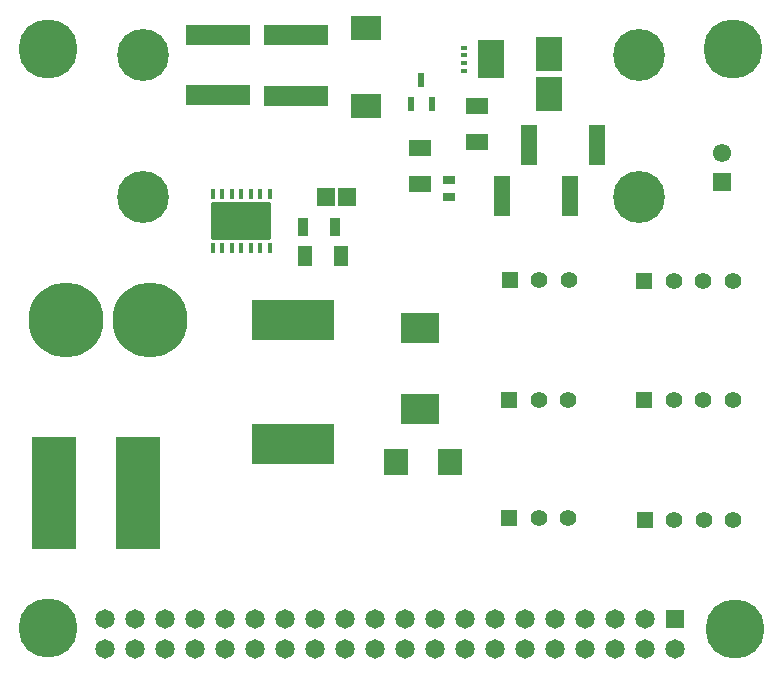
<source format=gbr>
G04*
G04 #@! TF.GenerationSoftware,Altium Limited,Altium Designer,23.10.1 (27)*
G04*
G04 Layer_Color=255*
%FSLAX42Y42*%
%MOMM*%
G71*
G04*
G04 #@! TF.SameCoordinates,D45A84C9-24EE-431E-81B0-E16C7BED9CBD*
G04*
G04*
G04 #@! TF.FilePolarity,Positive*
G04*
G01*
G75*
%ADD31C,1.65*%
%ADD32R,1.65X1.65*%
%ADD35C,1.55*%
%ADD36R,1.55X1.55*%
%ADD37C,1.40*%
%ADD38R,1.40X1.40*%
%ADD43C,6.35*%
%ADD44C,4.40*%
%ADD45R,3.81X9.53*%
%ADD46C,5.00*%
%ADD65R,2.25X2.85*%
%ADD66R,3.30X2.50*%
%ADD67R,7.00X3.50*%
%ADD68R,5.40X1.70*%
%ADD69R,2.50X2.00*%
%ADD70R,1.50X1.55*%
%ADD71R,2.05X2.20*%
%ADD72R,0.61X1.18*%
%ADD73R,2.30X3.30*%
%ADD74R,0.53X0.40*%
%ADD75R,0.86X1.61*%
%ADD76R,1.25X1.80*%
%ADD77R,1.85X1.35*%
%ADD78R,1.00X0.80*%
%ADD79R,1.45X3.40*%
G04:AMPARAMS|DCode=80|XSize=0.4mm|YSize=0.8mm|CornerRadius=0.05mm|HoleSize=0mm|Usage=FLASHONLY|Rotation=180.000|XOffset=0mm|YOffset=0mm|HoleType=Round|Shape=RoundedRectangle|*
%AMROUNDEDRECTD80*
21,1,0.40,0.70,0,0,180.0*
21,1,0.30,0.80,0,0,180.0*
1,1,0.10,-0.15,0.35*
1,1,0.10,0.15,0.35*
1,1,0.10,0.15,-0.35*
1,1,0.10,-0.15,-0.35*
%
%ADD80ROUNDEDRECTD80*%
G04:AMPARAMS|DCode=81|XSize=5mm|YSize=3.2mm|CornerRadius=0.05mm|HoleSize=0mm|Usage=FLASHONLY|Rotation=180.000|XOffset=0mm|YOffset=0mm|HoleType=Round|Shape=RoundedRectangle|*
%AMROUNDEDRECTD81*
21,1,5.00,3.10,0,0,180.0*
21,1,4.90,3.20,0,0,180.0*
1,1,0.10,-2.45,1.55*
1,1,0.10,2.45,1.55*
1,1,0.10,2.45,-1.55*
1,1,0.10,-2.45,-1.55*
%
%ADD81ROUNDEDRECTD81*%
D31*
X483Y-5080D02*
D03*
Y-4826D02*
D03*
X737Y-5080D02*
D03*
Y-4826D02*
D03*
X991Y-5080D02*
D03*
Y-4826D02*
D03*
X1245Y-5080D02*
D03*
Y-4826D02*
D03*
X1499Y-5080D02*
D03*
Y-4826D02*
D03*
X1753Y-5080D02*
D03*
Y-4826D02*
D03*
X2007Y-5080D02*
D03*
Y-4826D02*
D03*
X2261Y-5080D02*
D03*
Y-4826D02*
D03*
X2515Y-5080D02*
D03*
Y-4826D02*
D03*
X2769Y-5080D02*
D03*
Y-4826D02*
D03*
X3023Y-5080D02*
D03*
Y-4826D02*
D03*
X3277Y-5080D02*
D03*
Y-4826D02*
D03*
X3531Y-5080D02*
D03*
Y-4826D02*
D03*
X3785Y-5080D02*
D03*
Y-4826D02*
D03*
X4039Y-5080D02*
D03*
Y-4826D02*
D03*
X4293Y-5080D02*
D03*
Y-4826D02*
D03*
X4547Y-5080D02*
D03*
Y-4826D02*
D03*
X4801Y-5080D02*
D03*
Y-4826D02*
D03*
X5055Y-5080D02*
D03*
Y-4826D02*
D03*
X5309Y-5080D02*
D03*
D32*
Y-4826D02*
D03*
D35*
X5702Y-880D02*
D03*
D36*
Y-1130D02*
D03*
D37*
X4403Y-3973D02*
D03*
X4153D02*
D03*
X5298Y-1967D02*
D03*
X5548D02*
D03*
X5798D02*
D03*
X4407Y-1956D02*
D03*
X4157D02*
D03*
X4403Y-2972D02*
D03*
X4153D02*
D03*
X5300Y-3988D02*
D03*
X5550D02*
D03*
X5800D02*
D03*
X5298Y-2970D02*
D03*
X5548D02*
D03*
X5798D02*
D03*
D38*
X3903Y-3973D02*
D03*
X5048Y-1967D02*
D03*
X3907Y-1956D02*
D03*
X3903Y-2972D02*
D03*
X5050Y-3988D02*
D03*
X5048Y-2970D02*
D03*
D43*
X152Y-2299D02*
D03*
X864D02*
D03*
D44*
X5000Y-1250D02*
D03*
X800Y-50D02*
D03*
Y-1250D02*
D03*
X5000Y-50D02*
D03*
D45*
X762Y-3759D02*
D03*
X51D02*
D03*
D46*
X5800Y0D02*
D03*
X0D02*
D03*
Y-4900D02*
D03*
X5817Y-4915D02*
D03*
D65*
X4242Y-381D02*
D03*
Y-46D02*
D03*
D66*
X3152Y-2362D02*
D03*
Y-3052D02*
D03*
D67*
X2072Y-3347D02*
D03*
Y-2297D02*
D03*
D68*
X1435Y116D02*
D03*
Y-394D02*
D03*
X2095Y115D02*
D03*
Y-395D02*
D03*
D69*
X2692Y-483D02*
D03*
Y178D02*
D03*
D70*
X2530Y-1257D02*
D03*
X2350D02*
D03*
D71*
X3399Y-3495D02*
D03*
X2949D02*
D03*
D72*
X3160Y-265D02*
D03*
X3068Y-470D02*
D03*
X3251D02*
D03*
D73*
X3746Y-89D02*
D03*
D74*
X3522Y-122D02*
D03*
Y-56D02*
D03*
X3522Y11D02*
D03*
X3523Y-188D02*
D03*
D75*
X2160Y-1511D02*
D03*
X2426D02*
D03*
D76*
X2172Y-1753D02*
D03*
X2477D02*
D03*
D77*
X3632Y-788D02*
D03*
Y-482D02*
D03*
X3150Y-838D02*
D03*
Y-1143D02*
D03*
D78*
X3391Y-1257D02*
D03*
Y-1107D02*
D03*
D79*
X4648Y-813D02*
D03*
X4073D02*
D03*
X3845Y-1245D02*
D03*
X4420D02*
D03*
D80*
X1394Y-1229D02*
D03*
X1474D02*
D03*
X1555D02*
D03*
X1634D02*
D03*
X1715D02*
D03*
X1794D02*
D03*
X1875D02*
D03*
X1394Y-1689D02*
D03*
X1474D02*
D03*
X1555D02*
D03*
X1634D02*
D03*
X1715D02*
D03*
X1794D02*
D03*
X1875D02*
D03*
D81*
X1634Y-1459D02*
D03*
M02*

</source>
